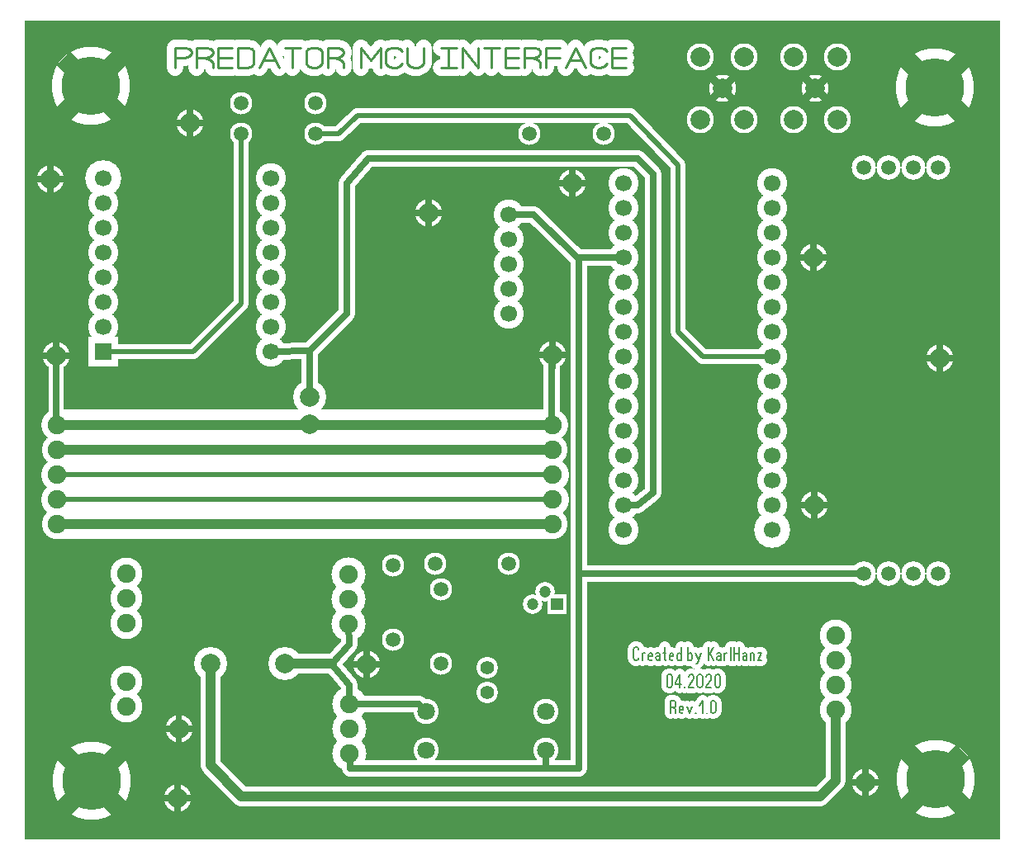
<source format=gbr>
%FSLAX34Y34*%
%MOMM*%
%LNCOPPER_TOP*%
G71*
G01*
%ADD10C, 3.100*%
%ADD11C, 3.700*%
%ADD12C, 2.500*%
%ADD13C, 2.600*%
%ADD14C, 3.500*%
%ADD15C, 3.400*%
%ADD16C, 2.200*%
%ADD17C, 3.300*%
%ADD18C, 2.000*%
%ADD19C, 1.700*%
%ADD20C, 2.800*%
%ADD21C, 1.500*%
%ADD22C, 3.300*%
%ADD23C, 1.656*%
%ADD24C, 1.167*%
%ADD25C, 3.200*%
%ADD26C, 3.000*%
%ADD27C, 3.300*%
%ADD28C, 2.000*%
%ADD29C, 3.400*%
%ADD30C, 2.300*%
%ADD31C, 8.000*%
%ADD32C, 8.000*%
%ADD33C, 2.800*%
%ADD34C, 0.667*%
%ADD35C, 0.840*%
%ADD36C, 0.820*%
%ADD37C, 1.700*%
%ADD38C, 1.700*%
%ADD39C, 1.500*%
%ADD40C, 1.800*%
%ADD41C, 1.900*%
%ADD42C, 2.000*%
%ADD43C, 1.400*%
%ADD44C, 1.900*%
%ADD45C, 1.000*%
%ADD46C, 0.700*%
%ADD47C, 0.500*%
%ADD48C, 0.256*%
%ADD49C, 0.167*%
%ADD50C, 1.200*%
%ADD51C, 1.500*%
%ADD52C, 6.000*%
%ADD53C, 6.000*%
%ADD54C, 2.000*%
%LPD*%
G36*
X0Y840000D02*
X1000000Y840000D01*
X1000000Y0D01*
X0Y0D01*
X0Y840000D01*
G37*
%LPC*%
X252412Y678200D02*
G54D10*
D03*
X252412Y652800D02*
G54D10*
D03*
X252412Y627400D02*
G54D10*
D03*
X252412Y602000D02*
G54D10*
D03*
X252412Y576600D02*
G54D10*
D03*
X252412Y551200D02*
G54D10*
D03*
X252412Y525800D02*
G54D10*
D03*
X252412Y500400D02*
G54D10*
D03*
X80962Y678200D02*
G54D11*
D03*
X80962Y678200D02*
G54D10*
D03*
X80962Y652800D02*
G54D10*
D03*
X80962Y627400D02*
G54D10*
D03*
X80962Y602000D02*
G54D10*
D03*
X80962Y576600D02*
G54D10*
D03*
X80962Y551200D02*
G54D10*
D03*
X80962Y525800D02*
G54D10*
D03*
G36*
X96462Y515900D02*
X96462Y484900D01*
X65462Y484900D01*
X65462Y515900D01*
X96462Y515900D01*
G37*
X614362Y317837D02*
G54D10*
D03*
X614362Y343237D02*
G54D10*
D03*
X614362Y368637D02*
G54D10*
D03*
X614362Y394037D02*
G54D10*
D03*
X614362Y419437D02*
G54D10*
D03*
X614362Y444837D02*
G54D10*
D03*
X614362Y470237D02*
G54D10*
D03*
X614362Y495637D02*
G54D10*
D03*
X614362Y521037D02*
G54D10*
D03*
X614362Y546437D02*
G54D10*
D03*
X614362Y571837D02*
G54D10*
D03*
X614362Y597237D02*
G54D10*
D03*
X614362Y622637D02*
G54D10*
D03*
X614362Y648037D02*
G54D10*
D03*
X614362Y673437D02*
G54D10*
D03*
X766762Y317837D02*
G54D11*
D03*
X766762Y317837D02*
G54D10*
D03*
X766762Y343237D02*
G54D10*
D03*
X766762Y368637D02*
G54D10*
D03*
X766762Y394037D02*
G54D10*
D03*
X766762Y419437D02*
G54D10*
D03*
X766762Y444837D02*
G54D10*
D03*
X766762Y470237D02*
G54D10*
D03*
X766762Y495637D02*
G54D10*
D03*
X766762Y521037D02*
G54D10*
D03*
X766762Y546437D02*
G54D10*
D03*
X766762Y571837D02*
G54D10*
D03*
X766762Y597237D02*
G54D10*
D03*
X766762Y622637D02*
G54D10*
D03*
X766762Y648037D02*
G54D10*
D03*
X766762Y673437D02*
G54D10*
D03*
X860424Y688975D02*
G54D12*
D03*
X885824Y688975D02*
G54D12*
D03*
X911224Y688975D02*
G54D12*
D03*
X936624Y688975D02*
G54D12*
D03*
X496887Y539750D02*
G54D10*
D03*
X496887Y565150D02*
G54D10*
D03*
X496887Y590550D02*
G54D10*
D03*
X496887Y615950D02*
G54D10*
D03*
X496887Y641351D02*
G54D10*
D03*
X412261Y91458D02*
G54D13*
D03*
X412261Y131458D02*
G54D13*
D03*
X332654Y221507D02*
G54D14*
D03*
X332654Y246907D02*
G54D14*
D03*
X332654Y272307D02*
G54D14*
D03*
X267443Y180908D02*
G54D15*
D03*
X191243Y180908D02*
G54D15*
D03*
X332942Y88499D02*
G54D14*
D03*
X332942Y113899D02*
G54D14*
D03*
X332942Y139299D02*
G54D14*
D03*
X474663Y176212D02*
G54D16*
D03*
X474662Y150812D02*
G54D16*
D03*
X860424Y273050D02*
G54D12*
D03*
X885824Y273050D02*
G54D12*
D03*
X911224Y273050D02*
G54D12*
D03*
X936624Y273050D02*
G54D12*
D03*
X831850Y209550D02*
G54D17*
D03*
X831850Y184150D02*
G54D17*
D03*
X831850Y158750D02*
G54D17*
D03*
X831850Y133350D02*
G54D17*
D03*
G54D18*
X831850Y133350D02*
X831850Y60325D01*
X815975Y44450D01*
X222250Y44450D01*
X190500Y76200D01*
X190500Y180165D01*
X191243Y180908D01*
X534237Y131583D02*
G54D13*
D03*
X534237Y91583D02*
G54D13*
D03*
G54D19*
X314258Y180908D02*
X333375Y158750D01*
X333375Y139730D01*
X332943Y139297D01*
X404422Y139297D01*
X412261Y131458D01*
X158342Y113899D02*
G54D20*
D03*
G54D19*
X860424Y273050D02*
X568325Y273050D01*
G54D19*
X614362Y597237D02*
X566400Y597237D01*
X522288Y641350D01*
X496887Y641351D01*
X561975Y673100D02*
G54D20*
D03*
X809625Y342900D02*
G54D20*
D03*
X169862Y735013D02*
G54D20*
D03*
G54D19*
X332943Y88498D02*
X333778Y72622D01*
X368300Y73025D01*
X568325Y73025D01*
X568325Y595312D01*
X566400Y597237D01*
G54D21*
X534237Y91583D02*
X534237Y73862D01*
X533400Y73025D01*
G54D19*
X614362Y343237D02*
X628987Y343237D01*
X644525Y355600D01*
X644525Y682625D01*
X628650Y698500D01*
X352425Y698500D01*
X330200Y673100D01*
X330200Y539750D01*
X292505Y501245D01*
X252412Y500400D01*
G54D21*
X80962Y500400D02*
X173375Y500400D01*
X222250Y549275D01*
X222250Y723900D01*
X104775Y222250D02*
G54D22*
D03*
X104775Y247650D02*
G54D22*
D03*
X104775Y273050D02*
G54D22*
D03*
X541338Y496888D02*
G54D20*
D03*
G54D19*
X540847Y424960D02*
X540847Y496397D01*
G54D23*
X154809Y791942D02*
X154809Y812386D01*
X165031Y812386D01*
X169120Y811109D01*
X171165Y808553D01*
X171165Y805997D01*
X169120Y803442D01*
X165031Y802164D01*
X154809Y802164D01*
G54D23*
X184965Y802164D02*
X191098Y799609D01*
X193143Y797053D01*
X193143Y791942D01*
G54D23*
X176787Y791942D02*
X176787Y812386D01*
X187009Y812386D01*
X191098Y811109D01*
X193143Y808553D01*
X193143Y805997D01*
X191098Y803442D01*
X187009Y802164D01*
X176787Y802164D01*
G54D23*
X213076Y791942D02*
X198765Y791942D01*
X198765Y812386D01*
X213076Y812386D01*
G54D23*
X198765Y802164D02*
X213076Y802164D01*
G54D23*
X218698Y791942D02*
X218698Y812386D01*
X228920Y812386D01*
X233009Y811109D01*
X235054Y808553D01*
X235054Y795775D01*
X233009Y793220D01*
X228920Y791942D01*
X218698Y791942D01*
G54D23*
X240676Y791942D02*
X250898Y812386D01*
X261121Y791942D01*
G54D23*
X244765Y799609D02*
X257032Y799609D01*
G54D23*
X274920Y791942D02*
X274920Y812386D01*
G54D23*
X266742Y812386D02*
X283098Y812386D01*
G54D23*
X305076Y808553D02*
X305076Y795775D01*
X303031Y793220D01*
X298942Y791942D01*
X294853Y791942D01*
X290765Y793220D01*
X288720Y795775D01*
X288720Y808553D01*
X290765Y811109D01*
X294853Y812386D01*
X298942Y812386D01*
X303031Y811109D01*
X305076Y808553D01*
G54D23*
X318876Y802164D02*
X325009Y799609D01*
X327054Y797053D01*
X327054Y791942D01*
G54D23*
X310698Y791942D02*
X310698Y812386D01*
X320920Y812386D01*
X325009Y811109D01*
X327054Y808553D01*
X327054Y805997D01*
X325009Y803442D01*
X320920Y802164D01*
X310698Y802164D01*
G54D23*
X344738Y791942D02*
X344738Y812386D01*
X354960Y799609D01*
X365183Y812386D01*
X365183Y791942D01*
G54D23*
X387160Y795775D02*
X385115Y793220D01*
X381026Y791942D01*
X376937Y791942D01*
X372849Y793220D01*
X370804Y795775D01*
X370804Y808553D01*
X372849Y811109D01*
X376937Y812386D01*
X381026Y812386D01*
X385115Y811109D01*
X387160Y808553D01*
G54D23*
X392782Y812386D02*
X392782Y795775D01*
X394827Y793220D01*
X398915Y791942D01*
X403004Y791942D01*
X407093Y793220D01*
X409138Y795775D01*
X409138Y812386D01*
G54D23*
X426822Y791942D02*
X443178Y791942D01*
G54D23*
X435000Y791942D02*
X435000Y812386D01*
G54D23*
X426822Y812386D02*
X443178Y812386D01*
G54D23*
X448800Y791942D02*
X448800Y812386D01*
X465156Y791942D01*
X465156Y812386D01*
G54D23*
X478956Y791942D02*
X478956Y812386D01*
G54D23*
X470778Y812386D02*
X487134Y812386D01*
G54D23*
X507067Y791942D02*
X492756Y791942D01*
X492756Y812386D01*
X507067Y812386D01*
G54D23*
X492756Y802164D02*
X507067Y802164D01*
G54D23*
X520867Y802164D02*
X527000Y799609D01*
X529045Y797053D01*
X529045Y791942D01*
G54D23*
X512689Y791942D02*
X512689Y812386D01*
X522911Y812386D01*
X527000Y811109D01*
X529045Y808553D01*
X529045Y805997D01*
X527000Y803442D01*
X522911Y802164D01*
X512689Y802164D01*
G54D23*
X534667Y791942D02*
X534667Y812386D01*
X548978Y812386D01*
G54D23*
X534667Y802164D02*
X548978Y802164D01*
G54D23*
X554600Y791942D02*
X564822Y812386D01*
X575045Y791942D01*
G54D23*
X558689Y799609D02*
X570956Y799609D01*
G54D23*
X597022Y795775D02*
X594977Y793220D01*
X590888Y791942D01*
X586800Y791942D01*
X582711Y793220D01*
X580666Y795775D01*
X580666Y808553D01*
X582711Y811109D01*
X586800Y812386D01*
X590888Y812386D01*
X594977Y811109D01*
X597022Y808553D01*
G54D23*
X616955Y791942D02*
X602644Y791942D01*
X602644Y812386D01*
X616955Y812386D01*
G54D23*
X602644Y802164D02*
X616955Y802164D01*
G54D24*
X629765Y186302D02*
X629098Y184635D01*
X627765Y183802D01*
X626431Y183802D01*
X625098Y184635D01*
X624431Y186302D01*
X624431Y194635D01*
X625098Y196302D01*
X626431Y197135D01*
X627765Y197135D01*
X629098Y196302D01*
X629765Y194635D01*
G54D24*
X633431Y183802D02*
X633431Y191302D01*
G54D24*
X633431Y189635D02*
X634765Y191302D01*
X636098Y191302D01*
G54D24*
X643765Y184635D02*
X642699Y183802D01*
X641365Y183802D01*
X640032Y184635D01*
X639765Y186302D01*
X639765Y189135D01*
X640432Y190802D01*
X641765Y191302D01*
X643099Y190802D01*
X643765Y189635D01*
X643765Y187968D01*
X639765Y187968D01*
G54D24*
X647432Y190468D02*
X648766Y191302D01*
X650366Y191302D01*
X651432Y189635D01*
X651432Y183802D01*
G54D24*
X651432Y186302D02*
X650766Y187968D01*
X649432Y188302D01*
X648099Y187968D01*
X647432Y186302D01*
X647699Y184635D01*
X648766Y183802D01*
X649432Y183802D01*
X649699Y183802D01*
X650766Y184635D01*
X651432Y186302D01*
G54D24*
X656433Y197135D02*
X656433Y184635D01*
X657099Y183802D01*
X657766Y184135D01*
G54D24*
X655099Y191302D02*
X657766Y191302D01*
G54D24*
X665433Y184635D02*
X664367Y183802D01*
X663033Y183802D01*
X661700Y184635D01*
X661433Y186302D01*
X661433Y189135D01*
X662100Y190802D01*
X663433Y191302D01*
X664767Y190802D01*
X665433Y189635D01*
X665433Y187968D01*
X661433Y187968D01*
G54D24*
X673100Y183802D02*
X673100Y197135D01*
G54D24*
X673100Y189135D02*
X672434Y190802D01*
X671100Y191302D01*
X669767Y190802D01*
X669100Y189135D01*
X669100Y185802D01*
X669767Y184135D01*
X671100Y183802D01*
X672434Y184135D01*
X673100Y185802D01*
G54D24*
X680567Y183802D02*
X680567Y197135D01*
G54D24*
X680567Y189135D02*
X681234Y190802D01*
X682567Y191302D01*
X683901Y190802D01*
X684567Y189135D01*
X684567Y185802D01*
X683901Y184135D01*
X682567Y183802D01*
X681234Y184135D01*
X680567Y185802D01*
G54D24*
X688234Y191302D02*
X690901Y183802D01*
X693568Y191302D01*
G54D24*
X690901Y183802D02*
X690234Y181302D01*
X689568Y180468D01*
X688901Y180468D01*
G54D24*
X701034Y183802D02*
X701034Y197135D01*
G54D24*
X701034Y187968D02*
X706368Y197135D01*
G54D24*
X703034Y190468D02*
X706368Y183802D01*
G54D24*
X710034Y190468D02*
X711368Y191302D01*
X712968Y191302D01*
X714034Y189635D01*
X714034Y183802D01*
G54D24*
X714034Y186302D02*
X713368Y187968D01*
X712034Y188302D01*
X710701Y187968D01*
X710034Y186302D01*
X710301Y184635D01*
X711368Y183802D01*
X712034Y183802D01*
X712301Y183802D01*
X713368Y184635D01*
X714034Y186302D01*
G54D24*
X717701Y183802D02*
X717701Y191302D01*
G54D24*
X717701Y189635D02*
X719035Y191302D01*
X720368Y191302D01*
G54D24*
X724035Y183802D02*
X724035Y197135D01*
G54D24*
X727702Y183802D02*
X727702Y197135D01*
G54D24*
X733036Y183802D02*
X733036Y197135D01*
G54D24*
X727702Y190468D02*
X733036Y190468D01*
G54D24*
X736702Y190468D02*
X738036Y191302D01*
X739636Y191302D01*
X740702Y189635D01*
X740702Y183802D01*
G54D24*
X740702Y186302D02*
X740036Y187968D01*
X738702Y188302D01*
X737369Y187968D01*
X736702Y186302D01*
X736969Y184635D01*
X738036Y183802D01*
X738702Y183802D01*
X738969Y183802D01*
X740036Y184635D01*
X740702Y186302D01*
G54D24*
X744369Y183802D02*
X744369Y191302D01*
G54D24*
X744369Y189635D02*
X745036Y190802D01*
X746369Y191302D01*
X747703Y190802D01*
X748369Y189635D01*
X748369Y183802D01*
G54D24*
X752036Y191302D02*
X756036Y191302D01*
X752036Y183802D01*
X756036Y183802D01*
G54D24*
X664101Y167117D02*
X664101Y158784D01*
X663434Y157117D01*
X662101Y156284D01*
X660767Y156284D01*
X659434Y157117D01*
X658767Y158784D01*
X658767Y167117D01*
X659434Y168784D01*
X660767Y169617D01*
X662101Y169617D01*
X663434Y168784D01*
X664101Y167117D01*
G54D24*
X671767Y156284D02*
X671767Y169617D01*
X667767Y161284D01*
X667767Y159617D01*
X673101Y159617D01*
G54D24*
X677301Y156284D02*
X676767Y156284D01*
X676767Y156951D01*
X677301Y156951D01*
X677301Y156284D01*
X676767Y156284D01*
G54D24*
X686301Y156284D02*
X680967Y156284D01*
X680967Y157117D01*
X681634Y158784D01*
X685634Y163784D01*
X686301Y165451D01*
X686301Y167117D01*
X685634Y168784D01*
X684301Y169617D01*
X682967Y169617D01*
X681634Y168784D01*
X680967Y167117D01*
G54D24*
X695301Y167117D02*
X695301Y158784D01*
X694634Y157117D01*
X693301Y156284D01*
X691967Y156284D01*
X690634Y157117D01*
X689967Y158784D01*
X689967Y167117D01*
X690634Y168784D01*
X691967Y169617D01*
X693301Y169617D01*
X694634Y168784D01*
X695301Y167117D01*
G54D24*
X704301Y156284D02*
X698967Y156284D01*
X698967Y157117D01*
X699634Y158784D01*
X703634Y163784D01*
X704301Y165451D01*
X704301Y167117D01*
X703634Y168784D01*
X702301Y169617D01*
X700967Y169617D01*
X699634Y168784D01*
X698967Y167117D01*
G54D24*
X713301Y167117D02*
X713301Y158784D01*
X712634Y157117D01*
X711301Y156284D01*
X709967Y156284D01*
X708634Y157117D01*
X707967Y158784D01*
X707967Y167117D01*
X708634Y168784D01*
X709967Y169617D01*
X711301Y169617D01*
X712634Y168784D01*
X713301Y167117D01*
G54D24*
X665182Y136001D02*
X667182Y134334D01*
X667848Y132667D01*
X667848Y129334D01*
G54D24*
X662515Y129334D02*
X662515Y142667D01*
X665848Y142667D01*
X667182Y141834D01*
X667848Y140167D01*
X667848Y138501D01*
X667182Y136834D01*
X665848Y136001D01*
X662515Y136001D01*
G54D24*
X675515Y130167D02*
X674448Y129334D01*
X673115Y129334D01*
X671782Y130167D01*
X671515Y131834D01*
X671515Y134667D01*
X672182Y136334D01*
X673515Y136834D01*
X674848Y136334D01*
X675515Y135167D01*
X675515Y133501D01*
X671515Y133501D01*
G54D24*
X679182Y136834D02*
X681849Y129334D01*
X684515Y136834D01*
G54D24*
X688715Y129334D02*
X688182Y129334D01*
X688182Y130001D01*
X688715Y130001D01*
X688715Y129334D01*
X688182Y129334D01*
G54D24*
X692382Y137667D02*
X695715Y142667D01*
X695715Y129334D01*
G54D24*
X699915Y129334D02*
X699382Y129334D01*
X699382Y130001D01*
X699915Y130001D01*
X699915Y129334D01*
X699382Y129334D01*
G54D24*
X708915Y140167D02*
X708915Y131834D01*
X708249Y130167D01*
X706915Y129334D01*
X705582Y129334D01*
X704249Y130167D01*
X703582Y131834D01*
X703582Y140167D01*
X704249Y141834D01*
X705582Y142667D01*
X706915Y142667D01*
X708249Y141834D01*
X708915Y140167D01*
X33568Y424960D02*
G54D10*
D03*
X33568Y399560D02*
G54D10*
D03*
X33568Y374160D02*
G54D10*
D03*
X33568Y348760D02*
G54D10*
D03*
X33568Y323360D02*
G54D10*
D03*
X541568Y424960D02*
G54D10*
D03*
X541568Y399560D02*
G54D10*
D03*
X541568Y374160D02*
G54D10*
D03*
X541568Y348760D02*
G54D10*
D03*
X541568Y323360D02*
G54D10*
D03*
X809288Y597237D02*
G54D20*
D03*
G54D25*
X33568Y424960D02*
X541568Y424960D01*
G54D26*
X33568Y399560D02*
X541568Y399560D01*
G54D27*
X33568Y374160D02*
X541568Y374160D01*
G54D27*
X33568Y348760D02*
X541568Y348760D01*
G54D26*
X33568Y323360D02*
X541568Y323360D01*
X104775Y136525D02*
G54D22*
D03*
X104775Y161925D02*
G54D22*
D03*
G54D19*
X315068Y180908D02*
X333375Y200025D01*
X332654Y221507D01*
X520700Y241300D02*
G54D28*
D03*
X533400Y254000D02*
G54D28*
D03*
G36*
X536100Y251300D02*
X556100Y251300D01*
X556100Y231300D01*
X536100Y231300D01*
X536100Y251300D01*
G37*
G54D18*
X267443Y180908D02*
X315068Y180908D01*
X810987Y770638D02*
G54D20*
D03*
X715738Y770638D02*
G54D20*
D03*
X292505Y425652D02*
G54D29*
D03*
X292505Y454227D02*
G54D29*
D03*
G54D19*
X292505Y454227D02*
X292505Y501245D01*
G54D21*
X32847Y424960D02*
X32847Y496397D01*
X32847Y496397D02*
G54D20*
D03*
X862013Y58738D02*
G54D20*
D03*
X157163Y42863D02*
G54D20*
D03*
X350838Y179388D02*
G54D20*
D03*
X26988Y677863D02*
G54D20*
D03*
X938213Y493713D02*
G54D20*
D03*
X414338Y642938D02*
G54D20*
D03*
X298250Y755650D02*
G54D30*
D03*
X222250Y755650D02*
G54D30*
D03*
G54D21*
X766762Y495637D02*
X766424Y495300D01*
X695325Y495300D01*
X669925Y520700D01*
X669925Y692150D01*
X620712Y742950D01*
X341312Y742950D01*
X322262Y723900D01*
X298250Y723900D01*
X68734Y60358D02*
G54D31*
D03*
X933922Y61946D02*
G54D32*
D03*
X933450Y771524D02*
G54D32*
D03*
X68262Y773112D02*
G54D31*
D03*
X738238Y738138D02*
G54D33*
D03*
X738238Y803138D02*
G54D33*
D03*
X693238Y803138D02*
G54D33*
D03*
X693238Y738138D02*
G54D33*
D03*
X833488Y738138D02*
G54D33*
D03*
X833488Y803138D02*
G54D33*
D03*
X788488Y803138D02*
G54D33*
D03*
X788488Y738138D02*
G54D33*
D03*
X298250Y723900D02*
G54D30*
D03*
X222250Y723900D02*
G54D30*
D03*
X593525Y723900D02*
G54D30*
D03*
X517525Y723900D02*
G54D30*
D03*
X378371Y205084D02*
G54D30*
D03*
X378371Y281084D02*
G54D30*
D03*
X427000Y180386D02*
G54D30*
D03*
X427000Y256386D02*
G54D30*
D03*
X496888Y282575D02*
G54D30*
D03*
X420888Y282575D02*
G54D30*
D03*
%LPD*%
G54D34*
G36*
X161675Y113899D02*
X161675Y99399D01*
X155008Y99399D01*
X155008Y113899D01*
X161675Y113899D01*
G37*
G36*
X158342Y110566D02*
X143842Y110566D01*
X143842Y117232D01*
X158342Y117232D01*
X158342Y110566D01*
G37*
G36*
X155008Y113899D02*
X155008Y128399D01*
X161675Y128399D01*
X161675Y113899D01*
X155008Y113899D01*
G37*
G36*
X158342Y117232D02*
X172842Y117232D01*
X172842Y110566D01*
X158342Y110566D01*
X158342Y117232D01*
G37*
G54D34*
G36*
X565308Y673100D02*
X565308Y658600D01*
X558642Y658600D01*
X558642Y673100D01*
X565308Y673100D01*
G37*
G36*
X561975Y669767D02*
X547475Y669767D01*
X547475Y676433D01*
X561975Y676433D01*
X561975Y669767D01*
G37*
G36*
X558642Y673100D02*
X558642Y687600D01*
X565308Y687600D01*
X565308Y673100D01*
X558642Y673100D01*
G37*
G36*
X561975Y676433D02*
X576475Y676433D01*
X576475Y669767D01*
X561975Y669767D01*
X561975Y676433D01*
G37*
G54D34*
G36*
X812958Y342900D02*
X812958Y328400D01*
X806292Y328400D01*
X806292Y342900D01*
X812958Y342900D01*
G37*
G36*
X809625Y339567D02*
X795125Y339567D01*
X795125Y346233D01*
X809625Y346233D01*
X809625Y339567D01*
G37*
G36*
X806292Y342900D02*
X806292Y357400D01*
X812958Y357400D01*
X812958Y342900D01*
X806292Y342900D01*
G37*
G36*
X809625Y346233D02*
X824125Y346233D01*
X824125Y339567D01*
X809625Y339567D01*
X809625Y346233D01*
G37*
G54D34*
G36*
X173195Y735013D02*
X173195Y720513D01*
X166529Y720513D01*
X166529Y735013D01*
X173195Y735013D01*
G37*
G36*
X169862Y731680D02*
X155362Y731680D01*
X155362Y738346D01*
X169862Y738346D01*
X169862Y731680D01*
G37*
G36*
X166529Y735013D02*
X166529Y749513D01*
X173195Y749513D01*
X173195Y735013D01*
X166529Y735013D01*
G37*
G36*
X169862Y738346D02*
X184362Y738346D01*
X184362Y731680D01*
X169862Y731680D01*
X169862Y738346D01*
G37*
G54D34*
G36*
X544671Y496888D02*
X544671Y482388D01*
X538005Y482388D01*
X538005Y496888D01*
X544671Y496888D01*
G37*
G36*
X541338Y493555D02*
X526838Y493555D01*
X526838Y500221D01*
X541338Y500221D01*
X541338Y493555D01*
G37*
G36*
X538005Y496888D02*
X538005Y511388D01*
X544671Y511388D01*
X544671Y496888D01*
X538005Y496888D01*
G37*
G36*
X541338Y500221D02*
X555838Y500221D01*
X555838Y493555D01*
X541338Y493555D01*
X541338Y500221D01*
G37*
G54D34*
G36*
X812621Y597237D02*
X812621Y582737D01*
X805955Y582737D01*
X805955Y597237D01*
X812621Y597237D01*
G37*
G36*
X809288Y593904D02*
X794788Y593904D01*
X794788Y600570D01*
X809288Y600570D01*
X809288Y593904D01*
G37*
G36*
X805955Y597237D02*
X805955Y611737D01*
X812621Y611737D01*
X812621Y597237D01*
X805955Y597237D01*
G37*
G36*
X809288Y600570D02*
X823788Y600570D01*
X823788Y593904D01*
X809288Y593904D01*
X809288Y600570D01*
G37*
G54D35*
G36*
X813957Y767668D02*
X803704Y757415D01*
X797764Y763355D01*
X808017Y773608D01*
X813957Y767668D01*
G37*
G36*
X808017Y767668D02*
X797764Y777921D01*
X803704Y783861D01*
X813957Y773608D01*
X808017Y767668D01*
G37*
G36*
X808017Y773608D02*
X818270Y783861D01*
X824210Y777921D01*
X813957Y767668D01*
X808017Y773608D01*
G37*
G36*
X813957Y773608D02*
X824210Y763355D01*
X818270Y757415D01*
X808017Y767668D01*
X813957Y773608D01*
G37*
G54D36*
G36*
X718637Y767739D02*
X708384Y757486D01*
X702586Y763284D01*
X712839Y773537D01*
X718637Y767739D01*
G37*
G36*
X712839Y767739D02*
X702586Y777992D01*
X708384Y783790D01*
X718637Y773537D01*
X712839Y767739D01*
G37*
G36*
X712839Y773537D02*
X723092Y783790D01*
X728890Y777992D01*
X718637Y767739D01*
X712839Y773537D01*
G37*
G36*
X718637Y773537D02*
X728890Y763284D01*
X723092Y757486D01*
X712839Y767739D01*
X718637Y773537D01*
G37*
G54D34*
G36*
X36180Y496397D02*
X36180Y481897D01*
X29514Y481897D01*
X29514Y496397D01*
X36180Y496397D01*
G37*
G36*
X32847Y493064D02*
X18347Y493064D01*
X18347Y499730D01*
X32847Y499730D01*
X32847Y493064D01*
G37*
G36*
X29514Y496397D02*
X29514Y510897D01*
X36180Y510897D01*
X36180Y496397D01*
X29514Y496397D01*
G37*
G36*
X32847Y499730D02*
X47347Y499730D01*
X47347Y493064D01*
X32847Y493064D01*
X32847Y499730D01*
G37*
G54D34*
G36*
X865346Y58738D02*
X865346Y44238D01*
X858680Y44238D01*
X858680Y58738D01*
X865346Y58738D01*
G37*
G36*
X862013Y55405D02*
X847513Y55405D01*
X847513Y62071D01*
X862013Y62071D01*
X862013Y55405D01*
G37*
G36*
X858680Y58738D02*
X858680Y73238D01*
X865346Y73238D01*
X865346Y58738D01*
X858680Y58738D01*
G37*
G36*
X862013Y62071D02*
X876513Y62071D01*
X876513Y55405D01*
X862013Y55405D01*
X862013Y62071D01*
G37*
G54D34*
G36*
X160496Y42863D02*
X160496Y28363D01*
X153830Y28363D01*
X153830Y42863D01*
X160496Y42863D01*
G37*
G36*
X157163Y39530D02*
X142663Y39530D01*
X142663Y46196D01*
X157163Y46196D01*
X157163Y39530D01*
G37*
G36*
X153830Y42863D02*
X153830Y57363D01*
X160496Y57363D01*
X160496Y42863D01*
X153830Y42863D01*
G37*
G36*
X157163Y46196D02*
X171663Y46196D01*
X171663Y39530D01*
X157163Y39530D01*
X157163Y46196D01*
G37*
G54D34*
G36*
X354171Y179388D02*
X354171Y164888D01*
X347505Y164888D01*
X347505Y179388D01*
X354171Y179388D01*
G37*
G36*
X350838Y176055D02*
X336338Y176055D01*
X336338Y182721D01*
X350838Y182721D01*
X350838Y176055D01*
G37*
G36*
X347505Y179388D02*
X347505Y193888D01*
X354171Y193888D01*
X354171Y179388D01*
X347505Y179388D01*
G37*
G36*
X350838Y182721D02*
X365338Y182721D01*
X365338Y176055D01*
X350838Y176055D01*
X350838Y182721D01*
G37*
G54D34*
G36*
X30321Y677863D02*
X30321Y663363D01*
X23655Y663363D01*
X23655Y677863D01*
X30321Y677863D01*
G37*
G36*
X26988Y674530D02*
X12488Y674530D01*
X12488Y681196D01*
X26988Y681196D01*
X26988Y674530D01*
G37*
G36*
X23655Y677863D02*
X23655Y692363D01*
X30321Y692363D01*
X30321Y677863D01*
X23655Y677863D01*
G37*
G36*
X26988Y681196D02*
X41488Y681196D01*
X41488Y674530D01*
X26988Y674530D01*
X26988Y681196D01*
G37*
G54D34*
G36*
X941546Y493713D02*
X941546Y479213D01*
X934880Y479213D01*
X934880Y493713D01*
X941546Y493713D01*
G37*
G36*
X938213Y490380D02*
X923713Y490380D01*
X923713Y497046D01*
X938213Y497046D01*
X938213Y490380D01*
G37*
G36*
X934880Y493713D02*
X934880Y508213D01*
X941546Y508213D01*
X941546Y493713D01*
X934880Y493713D01*
G37*
G36*
X938213Y497046D02*
X952713Y497046D01*
X952713Y490380D01*
X938213Y490380D01*
X938213Y497046D01*
G37*
G54D34*
G36*
X417671Y642938D02*
X417671Y628438D01*
X411005Y628438D01*
X411005Y642938D01*
X417671Y642938D01*
G37*
G36*
X414338Y639605D02*
X399838Y639605D01*
X399838Y646271D01*
X414338Y646271D01*
X414338Y639605D01*
G37*
G36*
X411005Y642938D02*
X411005Y657438D01*
X417671Y657438D01*
X417671Y642938D01*
X411005Y642938D01*
G37*
G36*
X414338Y646271D02*
X428838Y646271D01*
X428838Y639605D01*
X414338Y639605D01*
X414338Y646271D01*
G37*
G54D18*
G36*
X61662Y67430D02*
X90300Y96067D01*
X104442Y81925D01*
X75805Y53287D01*
X61662Y67430D01*
G37*
G36*
X75805Y67430D02*
X104442Y38792D01*
X90300Y24650D01*
X61662Y53287D01*
X75805Y67430D01*
G37*
G36*
X75805Y53287D02*
X47167Y24650D01*
X33025Y38792D01*
X61662Y67430D01*
X75805Y53287D01*
G37*
G36*
X61662Y53287D02*
X33025Y81925D01*
X47167Y96067D01*
X75805Y67430D01*
X61662Y53287D01*
G37*
G54D18*
G36*
X926850Y69018D02*
X955488Y97655D01*
X969630Y83513D01*
X940993Y54875D01*
X926850Y69018D01*
G37*
G36*
X940993Y69018D02*
X969630Y40380D01*
X955488Y26238D01*
X926850Y54875D01*
X940993Y69018D01*
G37*
G36*
X940993Y54875D02*
X912355Y26238D01*
X898213Y40380D01*
X926850Y69018D01*
X940993Y54875D01*
G37*
G36*
X926850Y54875D02*
X898213Y83513D01*
X912355Y97655D01*
X940993Y69018D01*
X926850Y54875D01*
G37*
G54D18*
G36*
X926378Y778596D02*
X955016Y807233D01*
X969158Y793091D01*
X940521Y764453D01*
X926378Y778596D01*
G37*
G36*
X940521Y778596D02*
X969158Y749958D01*
X955016Y735816D01*
X926378Y764453D01*
X940521Y778596D01*
G37*
G36*
X940521Y764453D02*
X911883Y735816D01*
X897741Y749958D01*
X926378Y778596D01*
X940521Y764453D01*
G37*
G36*
X926378Y764453D02*
X897741Y793091D01*
X911883Y807233D01*
X940521Y778596D01*
X926378Y764453D01*
G37*
G54D18*
G36*
X61191Y780184D02*
X89829Y808821D01*
X103971Y794679D01*
X75334Y766041D01*
X61191Y780184D01*
G37*
G36*
X75334Y780184D02*
X103971Y751546D01*
X89829Y737404D01*
X61191Y766041D01*
X75334Y780184D01*
G37*
G36*
X75334Y766041D02*
X46696Y737404D01*
X32554Y751546D01*
X61191Y780184D01*
X75334Y766041D01*
G37*
G36*
X61191Y766041D02*
X32554Y794679D01*
X46696Y808821D01*
X75334Y780184D01*
X61191Y766041D01*
G37*
X252412Y678200D02*
G54D37*
D03*
X252412Y652800D02*
G54D37*
D03*
X252412Y627400D02*
G54D37*
D03*
X252412Y602000D02*
G54D37*
D03*
X252412Y576600D02*
G54D37*
D03*
X252412Y551200D02*
G54D37*
D03*
X252412Y525800D02*
G54D37*
D03*
X252412Y500400D02*
G54D37*
D03*
X80962Y678200D02*
G54D38*
D03*
X80962Y678200D02*
G54D37*
D03*
X80962Y652800D02*
G54D37*
D03*
X80962Y627400D02*
G54D37*
D03*
X80962Y602000D02*
G54D37*
D03*
X80962Y576600D02*
G54D37*
D03*
X80962Y551200D02*
G54D37*
D03*
X80962Y525800D02*
G54D37*
D03*
G36*
X89462Y508900D02*
X89462Y491900D01*
X72462Y491900D01*
X72462Y508900D01*
X89462Y508900D01*
G37*
X614362Y317837D02*
G54D37*
D03*
X614362Y343237D02*
G54D37*
D03*
X614362Y368637D02*
G54D37*
D03*
X614362Y394037D02*
G54D37*
D03*
X614362Y419437D02*
G54D37*
D03*
X614362Y444837D02*
G54D37*
D03*
X614362Y470237D02*
G54D37*
D03*
X614362Y495637D02*
G54D37*
D03*
X614362Y521037D02*
G54D37*
D03*
X614362Y546437D02*
G54D37*
D03*
X614362Y571837D02*
G54D37*
D03*
X614362Y597237D02*
G54D37*
D03*
X614362Y622637D02*
G54D37*
D03*
X614362Y648037D02*
G54D37*
D03*
X614362Y673437D02*
G54D37*
D03*
X766762Y317837D02*
G54D38*
D03*
X766762Y317837D02*
G54D37*
D03*
X766762Y343237D02*
G54D37*
D03*
X766762Y368637D02*
G54D37*
D03*
X766762Y394037D02*
G54D37*
D03*
X766762Y419437D02*
G54D37*
D03*
X766762Y444837D02*
G54D37*
D03*
X766762Y470237D02*
G54D37*
D03*
X766762Y495637D02*
G54D37*
D03*
X766762Y521037D02*
G54D37*
D03*
X766762Y546437D02*
G54D37*
D03*
X766762Y571837D02*
G54D37*
D03*
X766762Y597237D02*
G54D37*
D03*
X766762Y622637D02*
G54D37*
D03*
X766762Y648037D02*
G54D37*
D03*
X766762Y673437D02*
G54D37*
D03*
X860424Y688975D02*
G54D39*
D03*
X885824Y688975D02*
G54D39*
D03*
X911224Y688975D02*
G54D39*
D03*
X936624Y688975D02*
G54D39*
D03*
X496887Y539750D02*
G54D37*
D03*
X496887Y565150D02*
G54D37*
D03*
X496887Y590550D02*
G54D37*
D03*
X496887Y615950D02*
G54D37*
D03*
X496887Y641351D02*
G54D37*
D03*
X412261Y91458D02*
G54D40*
D03*
X412261Y131458D02*
G54D40*
D03*
X332654Y221507D02*
G54D41*
D03*
X332654Y246907D02*
G54D41*
D03*
X332654Y272307D02*
G54D41*
D03*
X267443Y180908D02*
G54D42*
D03*
X191243Y180908D02*
G54D42*
D03*
X332942Y88499D02*
G54D41*
D03*
X332942Y113899D02*
G54D41*
D03*
X332942Y139299D02*
G54D41*
D03*
X474663Y176212D02*
G54D43*
D03*
X474662Y150812D02*
G54D43*
D03*
X860424Y273050D02*
G54D39*
D03*
X885824Y273050D02*
G54D39*
D03*
X911224Y273050D02*
G54D39*
D03*
X936624Y273050D02*
G54D39*
D03*
X831850Y209550D02*
G54D44*
D03*
X831850Y184150D02*
G54D44*
D03*
X831850Y158750D02*
G54D44*
D03*
X831850Y133350D02*
G54D44*
D03*
G54D45*
X831850Y133350D02*
X831850Y60325D01*
X815975Y44450D01*
X222250Y44450D01*
X190500Y76200D01*
X190500Y180165D01*
X191243Y180908D01*
X534237Y131583D02*
G54D40*
D03*
X534237Y91583D02*
G54D40*
D03*
G54D46*
X314258Y180908D02*
X333375Y158750D01*
X333375Y139730D01*
X332943Y139297D01*
X404422Y139297D01*
X412261Y131458D01*
X158342Y113899D02*
G54D42*
D03*
G54D46*
X860424Y273050D02*
X568325Y273050D01*
G54D46*
X614362Y597237D02*
X566400Y597237D01*
X522288Y641350D01*
X496887Y641351D01*
X561975Y673100D02*
G54D42*
D03*
X809625Y342900D02*
G54D42*
D03*
X169862Y735013D02*
G54D42*
D03*
G54D46*
X332943Y88498D02*
X333778Y72622D01*
X368300Y73025D01*
X568325Y73025D01*
X568325Y595312D01*
X566400Y597237D01*
G54D46*
X534237Y91583D02*
X534237Y73862D01*
X533400Y73025D01*
G54D46*
X614362Y343237D02*
X628987Y343237D01*
X644525Y355600D01*
X644525Y682625D01*
X628650Y698500D01*
X352425Y698500D01*
X330200Y673100D01*
X330200Y539750D01*
X292505Y501245D01*
X252412Y500400D01*
G54D47*
X80962Y500400D02*
X173375Y500400D01*
X222250Y549275D01*
X222250Y723900D01*
X104775Y222250D02*
G54D41*
D03*
X104775Y247650D02*
G54D41*
D03*
X104775Y273050D02*
G54D41*
D03*
X541338Y496888D02*
G54D42*
D03*
G54D46*
X540847Y424960D02*
X540847Y496397D01*
G54D48*
X154809Y791942D02*
X154809Y812386D01*
X165031Y812386D01*
X169120Y811109D01*
X171165Y808553D01*
X171165Y805997D01*
X169120Y803442D01*
X165031Y802164D01*
X154809Y802164D01*
G54D48*
X184965Y802164D02*
X191098Y799609D01*
X193143Y797053D01*
X193143Y791942D01*
G54D48*
X176787Y791942D02*
X176787Y812386D01*
X187009Y812386D01*
X191098Y811109D01*
X193143Y808553D01*
X193143Y805997D01*
X191098Y803442D01*
X187009Y802164D01*
X176787Y802164D01*
G54D48*
X213076Y791942D02*
X198765Y791942D01*
X198765Y812386D01*
X213076Y812386D01*
G54D48*
X198765Y802164D02*
X213076Y802164D01*
G54D48*
X218698Y791942D02*
X218698Y812386D01*
X228920Y812386D01*
X233009Y811109D01*
X235054Y808553D01*
X235054Y795775D01*
X233009Y793220D01*
X228920Y791942D01*
X218698Y791942D01*
G54D48*
X240676Y791942D02*
X250898Y812386D01*
X261121Y791942D01*
G54D48*
X244765Y799609D02*
X257032Y799609D01*
G54D48*
X274920Y791942D02*
X274920Y812386D01*
G54D48*
X266742Y812386D02*
X283098Y812386D01*
G54D48*
X305076Y808553D02*
X305076Y795775D01*
X303031Y793220D01*
X298942Y791942D01*
X294853Y791942D01*
X290765Y793220D01*
X288720Y795775D01*
X288720Y808553D01*
X290765Y811109D01*
X294853Y812386D01*
X298942Y812386D01*
X303031Y811109D01*
X305076Y808553D01*
G54D48*
X318876Y802164D02*
X325009Y799609D01*
X327054Y797053D01*
X327054Y791942D01*
G54D48*
X310698Y791942D02*
X310698Y812386D01*
X320920Y812386D01*
X325009Y811109D01*
X327054Y808553D01*
X327054Y805997D01*
X325009Y803442D01*
X320920Y802164D01*
X310698Y802164D01*
G54D48*
X344738Y791942D02*
X344738Y812386D01*
X354960Y799609D01*
X365183Y812386D01*
X365183Y791942D01*
G54D48*
X387160Y795775D02*
X385115Y793220D01*
X381026Y791942D01*
X376937Y791942D01*
X372849Y793220D01*
X370804Y795775D01*
X370804Y808553D01*
X372849Y811109D01*
X376937Y812386D01*
X381026Y812386D01*
X385115Y811109D01*
X387160Y808553D01*
G54D48*
X392782Y812386D02*
X392782Y795775D01*
X394827Y793220D01*
X398915Y791942D01*
X403004Y791942D01*
X407093Y793220D01*
X409138Y795775D01*
X409138Y812386D01*
G54D48*
X426822Y791942D02*
X443178Y791942D01*
G54D48*
X435000Y791942D02*
X435000Y812386D01*
G54D48*
X426822Y812386D02*
X443178Y812386D01*
G54D48*
X448800Y791942D02*
X448800Y812386D01*
X465156Y791942D01*
X465156Y812386D01*
G54D48*
X478956Y791942D02*
X478956Y812386D01*
G54D48*
X470778Y812386D02*
X487134Y812386D01*
G54D48*
X507067Y791942D02*
X492756Y791942D01*
X492756Y812386D01*
X507067Y812386D01*
G54D48*
X492756Y802164D02*
X507067Y802164D01*
G54D48*
X520867Y802164D02*
X527000Y799609D01*
X529045Y797053D01*
X529045Y791942D01*
G54D48*
X512689Y791942D02*
X512689Y812386D01*
X522911Y812386D01*
X527000Y811109D01*
X529045Y808553D01*
X529045Y805997D01*
X527000Y803442D01*
X522911Y802164D01*
X512689Y802164D01*
G54D48*
X534667Y791942D02*
X534667Y812386D01*
X548978Y812386D01*
G54D48*
X534667Y802164D02*
X548978Y802164D01*
G54D48*
X554600Y791942D02*
X564822Y812386D01*
X575045Y791942D01*
G54D48*
X558689Y799609D02*
X570956Y799609D01*
G54D48*
X597022Y795775D02*
X594977Y793220D01*
X590888Y791942D01*
X586800Y791942D01*
X582711Y793220D01*
X580666Y795775D01*
X580666Y808553D01*
X582711Y811109D01*
X586800Y812386D01*
X590888Y812386D01*
X594977Y811109D01*
X597022Y808553D01*
G54D48*
X616955Y791942D02*
X602644Y791942D01*
X602644Y812386D01*
X616955Y812386D01*
G54D48*
X602644Y802164D02*
X616955Y802164D01*
G54D49*
X629765Y186302D02*
X629098Y184635D01*
X627765Y183802D01*
X626431Y183802D01*
X625098Y184635D01*
X624431Y186302D01*
X624431Y194635D01*
X625098Y196302D01*
X626431Y197135D01*
X627765Y197135D01*
X629098Y196302D01*
X629765Y194635D01*
G54D49*
X633431Y183802D02*
X633431Y191302D01*
G54D49*
X633431Y189635D02*
X634765Y191302D01*
X636098Y191302D01*
G54D49*
X643765Y184635D02*
X642699Y183802D01*
X641365Y183802D01*
X640032Y184635D01*
X639765Y186302D01*
X639765Y189135D01*
X640432Y190802D01*
X641765Y191302D01*
X643099Y190802D01*
X643765Y189635D01*
X643765Y187968D01*
X639765Y187968D01*
G54D49*
X647432Y190468D02*
X648766Y191302D01*
X650366Y191302D01*
X651432Y189635D01*
X651432Y183802D01*
G54D49*
X651432Y186302D02*
X650766Y187968D01*
X649432Y188302D01*
X648099Y187968D01*
X647432Y186302D01*
X647699Y184635D01*
X648766Y183802D01*
X649432Y183802D01*
X649699Y183802D01*
X650766Y184635D01*
X651432Y186302D01*
G54D49*
X656433Y197135D02*
X656433Y184635D01*
X657099Y183802D01*
X657766Y184135D01*
G54D49*
X655099Y191302D02*
X657766Y191302D01*
G54D49*
X665433Y184635D02*
X664367Y183802D01*
X663033Y183802D01*
X661700Y184635D01*
X661433Y186302D01*
X661433Y189135D01*
X662100Y190802D01*
X663433Y191302D01*
X664767Y190802D01*
X665433Y189635D01*
X665433Y187968D01*
X661433Y187968D01*
G54D49*
X673100Y183802D02*
X673100Y197135D01*
G54D49*
X673100Y189135D02*
X672434Y190802D01*
X671100Y191302D01*
X669767Y190802D01*
X669100Y189135D01*
X669100Y185802D01*
X669767Y184135D01*
X671100Y183802D01*
X672434Y184135D01*
X673100Y185802D01*
G54D49*
X680567Y183802D02*
X680567Y197135D01*
G54D49*
X680567Y189135D02*
X681234Y190802D01*
X682567Y191302D01*
X683901Y190802D01*
X684567Y189135D01*
X684567Y185802D01*
X683901Y184135D01*
X682567Y183802D01*
X681234Y184135D01*
X680567Y185802D01*
G54D49*
X688234Y191302D02*
X690901Y183802D01*
X693568Y191302D01*
G54D49*
X690901Y183802D02*
X690234Y181302D01*
X689568Y180468D01*
X688901Y180468D01*
G54D49*
X701034Y183802D02*
X701034Y197135D01*
G54D49*
X701034Y187968D02*
X706368Y197135D01*
G54D49*
X703034Y190468D02*
X706368Y183802D01*
G54D49*
X710034Y190468D02*
X711368Y191302D01*
X712968Y191302D01*
X714034Y189635D01*
X714034Y183802D01*
G54D49*
X714034Y186302D02*
X713368Y187968D01*
X712034Y188302D01*
X710701Y187968D01*
X710034Y186302D01*
X710301Y184635D01*
X711368Y183802D01*
X712034Y183802D01*
X712301Y183802D01*
X713368Y184635D01*
X714034Y186302D01*
G54D49*
X717701Y183802D02*
X717701Y191302D01*
G54D49*
X717701Y189635D02*
X719035Y191302D01*
X720368Y191302D01*
G54D49*
X724035Y183802D02*
X724035Y197135D01*
G54D49*
X727702Y183802D02*
X727702Y197135D01*
G54D49*
X733036Y183802D02*
X733036Y197135D01*
G54D49*
X727702Y190468D02*
X733036Y190468D01*
G54D49*
X736702Y190468D02*
X738036Y191302D01*
X739636Y191302D01*
X740702Y189635D01*
X740702Y183802D01*
G54D49*
X740702Y186302D02*
X740036Y187968D01*
X738702Y188302D01*
X737369Y187968D01*
X736702Y186302D01*
X736969Y184635D01*
X738036Y183802D01*
X738702Y183802D01*
X738969Y183802D01*
X740036Y184635D01*
X740702Y186302D01*
G54D49*
X744369Y183802D02*
X744369Y191302D01*
G54D49*
X744369Y189635D02*
X745036Y190802D01*
X746369Y191302D01*
X747703Y190802D01*
X748369Y189635D01*
X748369Y183802D01*
G54D49*
X752036Y191302D02*
X756036Y191302D01*
X752036Y183802D01*
X756036Y183802D01*
G54D49*
X664101Y167117D02*
X664101Y158784D01*
X663434Y157117D01*
X662101Y156284D01*
X660767Y156284D01*
X659434Y157117D01*
X658767Y158784D01*
X658767Y167117D01*
X659434Y168784D01*
X660767Y169617D01*
X662101Y169617D01*
X663434Y168784D01*
X664101Y167117D01*
G54D49*
X671767Y156284D02*
X671767Y169617D01*
X667767Y161284D01*
X667767Y159617D01*
X673101Y159617D01*
G54D49*
X677301Y156284D02*
X676767Y156284D01*
X676767Y156951D01*
X677301Y156951D01*
X677301Y156284D01*
X676767Y156284D01*
G54D49*
X686301Y156284D02*
X680967Y156284D01*
X680967Y157117D01*
X681634Y158784D01*
X685634Y163784D01*
X686301Y165451D01*
X686301Y167117D01*
X685634Y168784D01*
X684301Y169617D01*
X682967Y169617D01*
X681634Y168784D01*
X680967Y167117D01*
G54D49*
X695301Y167117D02*
X695301Y158784D01*
X694634Y157117D01*
X693301Y156284D01*
X691967Y156284D01*
X690634Y157117D01*
X689967Y158784D01*
X689967Y167117D01*
X690634Y168784D01*
X691967Y169617D01*
X693301Y169617D01*
X694634Y168784D01*
X695301Y167117D01*
G54D49*
X704301Y156284D02*
X698967Y156284D01*
X698967Y157117D01*
X699634Y158784D01*
X703634Y163784D01*
X704301Y165451D01*
X704301Y167117D01*
X703634Y168784D01*
X702301Y169617D01*
X700967Y169617D01*
X699634Y168784D01*
X698967Y167117D01*
G54D49*
X713301Y167117D02*
X713301Y158784D01*
X712634Y157117D01*
X711301Y156284D01*
X709967Y156284D01*
X708634Y157117D01*
X707967Y158784D01*
X707967Y167117D01*
X708634Y168784D01*
X709967Y169617D01*
X711301Y169617D01*
X712634Y168784D01*
X713301Y167117D01*
G54D49*
X665182Y136001D02*
X667182Y134334D01*
X667848Y132667D01*
X667848Y129334D01*
G54D49*
X662515Y129334D02*
X662515Y142667D01*
X665848Y142667D01*
X667182Y141834D01*
X667848Y140167D01*
X667848Y138501D01*
X667182Y136834D01*
X665848Y136001D01*
X662515Y136001D01*
G54D49*
X675515Y130167D02*
X674448Y129334D01*
X673115Y129334D01*
X671782Y130167D01*
X671515Y131834D01*
X671515Y134667D01*
X672182Y136334D01*
X673515Y136834D01*
X674848Y136334D01*
X675515Y135167D01*
X675515Y133501D01*
X671515Y133501D01*
G54D49*
X679182Y136834D02*
X681849Y129334D01*
X684515Y136834D01*
G54D49*
X688715Y129334D02*
X688182Y129334D01*
X688182Y130001D01*
X688715Y130001D01*
X688715Y129334D01*
X688182Y129334D01*
G54D49*
X692382Y137667D02*
X695715Y142667D01*
X695715Y129334D01*
G54D49*
X699915Y129334D02*
X699382Y129334D01*
X699382Y130001D01*
X699915Y130001D01*
X699915Y129334D01*
X699382Y129334D01*
G54D49*
X708915Y140167D02*
X708915Y131834D01*
X708249Y130167D01*
X706915Y129334D01*
X705582Y129334D01*
X704249Y130167D01*
X703582Y131834D01*
X703582Y140167D01*
X704249Y141834D01*
X705582Y142667D01*
X706915Y142667D01*
X708249Y141834D01*
X708915Y140167D01*
X33568Y424960D02*
G54D41*
D03*
X33568Y399560D02*
G54D41*
D03*
X33568Y374160D02*
G54D41*
D03*
X33568Y348760D02*
G54D41*
D03*
X33568Y323360D02*
G54D41*
D03*
X541568Y424960D02*
G54D41*
D03*
X541568Y399560D02*
G54D41*
D03*
X541568Y374160D02*
G54D41*
D03*
X541568Y348760D02*
G54D41*
D03*
X541568Y323360D02*
G54D41*
D03*
X809288Y597237D02*
G54D42*
D03*
G54D45*
X33568Y424960D02*
X541568Y424960D01*
G54D45*
X33568Y399560D02*
X541568Y399560D01*
G54D47*
X33568Y374160D02*
X541568Y374160D01*
G54D47*
X33568Y348760D02*
X541568Y348760D01*
G54D45*
X33568Y323360D02*
X541568Y323360D01*
X104775Y136525D02*
G54D41*
D03*
X104775Y161925D02*
G54D41*
D03*
G54D46*
X315068Y180908D02*
X333375Y200025D01*
X332654Y221507D01*
X520700Y241300D02*
G54D50*
D03*
X533400Y254000D02*
G54D50*
D03*
G36*
X540100Y247300D02*
X552100Y247300D01*
X552100Y235300D01*
X540100Y235300D01*
X540100Y247300D01*
G37*
G54D45*
X267443Y180908D02*
X315068Y180908D01*
X810987Y770638D02*
G54D42*
D03*
X715738Y770638D02*
G54D42*
D03*
X292505Y425652D02*
G54D28*
D03*
X292505Y454227D02*
G54D28*
D03*
G54D46*
X292505Y454227D02*
X292505Y501245D01*
G54D46*
X32847Y424960D02*
X32847Y496397D01*
X32847Y496397D02*
G54D42*
D03*
X862013Y58738D02*
G54D42*
D03*
X157163Y42863D02*
G54D42*
D03*
X350838Y179388D02*
G54D42*
D03*
X26988Y677863D02*
G54D42*
D03*
X938213Y493713D02*
G54D42*
D03*
X414338Y642938D02*
G54D42*
D03*
X298250Y755650D02*
G54D51*
D03*
X222250Y755650D02*
G54D51*
D03*
G54D47*
X766762Y495637D02*
X766424Y495300D01*
X695325Y495300D01*
X669925Y520700D01*
X669925Y692150D01*
X620712Y742950D01*
X341312Y742950D01*
X322262Y723900D01*
X298250Y723900D01*
X68734Y60358D02*
G54D52*
D03*
X933922Y61946D02*
G54D53*
D03*
X933450Y771524D02*
G54D53*
D03*
X68262Y773112D02*
G54D52*
D03*
X738238Y738138D02*
G54D54*
D03*
X738238Y803138D02*
G54D54*
D03*
X693238Y803138D02*
G54D54*
D03*
X693238Y738138D02*
G54D54*
D03*
X833488Y738138D02*
G54D54*
D03*
X833488Y803138D02*
G54D54*
D03*
X788488Y803138D02*
G54D54*
D03*
X788488Y738138D02*
G54D54*
D03*
X298250Y723900D02*
G54D51*
D03*
X222250Y723900D02*
G54D51*
D03*
X593525Y723900D02*
G54D51*
D03*
X517525Y723900D02*
G54D51*
D03*
X378371Y205084D02*
G54D51*
D03*
X378371Y281084D02*
G54D51*
D03*
X427000Y180386D02*
G54D51*
D03*
X427000Y256386D02*
G54D51*
D03*
X496888Y282575D02*
G54D51*
D03*
X420888Y282575D02*
G54D51*
D03*
M02*

</source>
